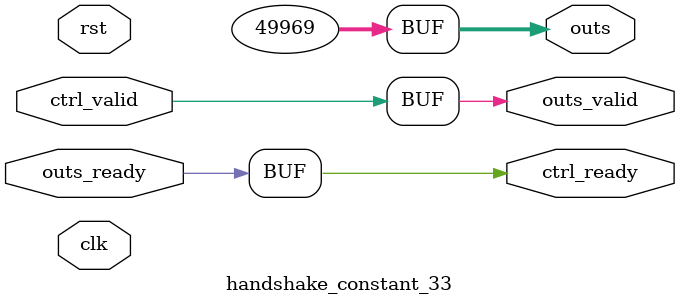
<source format=v>
`timescale 1ns / 1ps
module handshake_constant_33 #(
  parameter DATA_WIDTH = 32  // Default set to 32 bits
) (
  input                       clk,
  input                       rst,
  // Input Channel
  input                       ctrl_valid,
  output                      ctrl_ready,
  // Output Channel
  output [DATA_WIDTH - 1 : 0] outs,
  output                      outs_valid,
  input                       outs_ready
);
  assign outs       = 17'b01100001100110001;
  assign outs_valid = ctrl_valid;
  assign ctrl_ready = outs_ready;

endmodule

</source>
